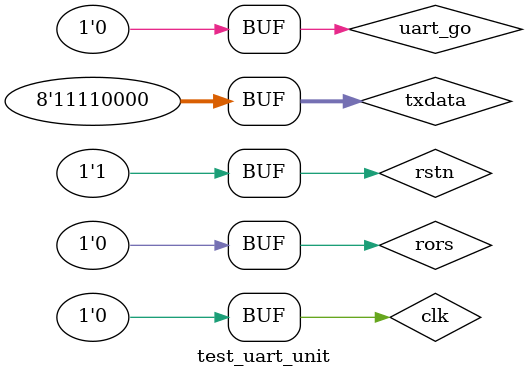
<source format=sv>
`default_nettype none
`timescale 1 ns / 1 ps

module test_uart_unit();

    // Input, Output signals
    logic       clk, rstn, uart_done, rors, uart_go, txd, rxd;
    logic [7:0] rxdata, txdata;

    // Instanciate The Unit Under Test
    uart_unit uut(clk, rstn, uart_done, rors, uart_go, rxdata, txdata, txd, rxd);

    always begin
        clk <= 1'b1;
        #5;
        clk <= 1'b0;
        #5;
    end

    initial begin
        rstn <= 1'b0;
        #75;
        rstn <= 1'b1;
        rors <= 1'b1;
        txdata <= 8'b11110000;
        #5;
        uart_go <= 1'b1;
        #5;
        uart_go <= 1'b0;
        rors <= 1'b0;
        #25;
        uart_go <= 1'b1;
        #10;
        uart_go <= 1'b0;
    end

endmodule

`default_nettype wire

</source>
